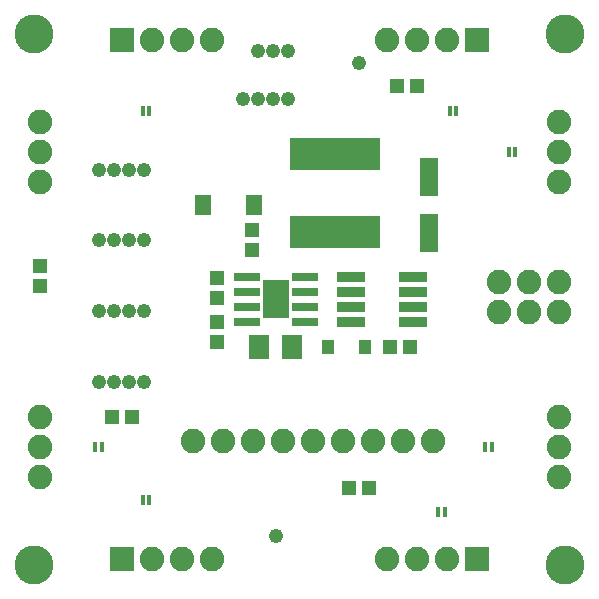
<source format=gts>
G75*
%MOIN*%
%OFA0B0*%
%FSLAX25Y25*%
%IPPOS*%
%LPD*%
%AMOC8*
5,1,8,0,0,1.08239X$1,22.5*
%
%ADD10C,0.13005*%
%ADD11R,0.08600X0.03000*%
%ADD12R,0.08700X0.12600*%
%ADD13R,0.07099X0.07887*%
%ADD14R,0.04737X0.05131*%
%ADD15R,0.06312X0.12611*%
%ADD16R,0.05800X0.06587*%
%ADD17R,0.30328X0.10643*%
%ADD18R,0.09500X0.03200*%
%ADD19R,0.04343X0.04540*%
%ADD20R,0.05131X0.04737*%
%ADD21C,0.08200*%
%ADD22C,0.04800*%
%ADD23R,0.01600X0.03200*%
%ADD24R,0.08200X0.08200*%
%ADD25C,0.03817*%
D10*
X0011443Y0011443D03*
X0011443Y0188608D03*
X0188608Y0188608D03*
X0188608Y0011443D03*
D11*
X0101851Y0092525D03*
X0101851Y0097525D03*
X0101851Y0102525D03*
X0101851Y0107525D03*
X0082451Y0107525D03*
X0082451Y0102525D03*
X0082451Y0097525D03*
X0082451Y0092525D03*
D12*
X0092151Y0100025D03*
D13*
X0086639Y0084277D03*
X0097663Y0084277D03*
D14*
X0072466Y0085832D03*
X0072466Y0092525D03*
X0072466Y0100616D03*
X0072466Y0107309D03*
X0084277Y0116364D03*
X0084277Y0123057D03*
X0013411Y0111246D03*
X0013411Y0104553D03*
D15*
X0143332Y0122072D03*
X0143332Y0140970D03*
D16*
X0084868Y0131521D03*
X0067939Y0131521D03*
D17*
X0111836Y0122466D03*
X0111836Y0148450D03*
D18*
X0117284Y0107525D03*
X0117284Y0102525D03*
X0117284Y0097525D03*
X0117284Y0092525D03*
X0137884Y0092525D03*
X0137884Y0097525D03*
X0137884Y0102525D03*
X0137884Y0107525D03*
D19*
X0121974Y0084277D03*
X0109572Y0084277D03*
D20*
X0130143Y0084277D03*
X0136836Y0084277D03*
X0123057Y0037033D03*
X0116364Y0037033D03*
X0044317Y0060970D03*
X0037624Y0060970D03*
X0132387Y0171285D03*
X0139080Y0171285D03*
D21*
X0139080Y0186639D03*
X0129080Y0186639D03*
X0149080Y0186639D03*
X0186639Y0159080D03*
X0186639Y0149080D03*
X0186639Y0139080D03*
X0186639Y0105931D03*
X0176639Y0105931D03*
X0166639Y0105931D03*
X0166639Y0095931D03*
X0176639Y0095931D03*
X0186639Y0095931D03*
X0186639Y0060970D03*
X0186639Y0050970D03*
X0186639Y0040970D03*
X0149080Y0013411D03*
X0139080Y0013411D03*
X0129080Y0013411D03*
X0124592Y0052781D03*
X0114592Y0052781D03*
X0104592Y0052781D03*
X0094592Y0052781D03*
X0084592Y0052781D03*
X0074592Y0052781D03*
X0064592Y0052781D03*
X0060970Y0013411D03*
X0050970Y0013411D03*
X0070970Y0013411D03*
X0013411Y0040970D03*
X0013411Y0050970D03*
X0013411Y0060970D03*
X0013411Y0139080D03*
X0013411Y0149080D03*
X0013411Y0159080D03*
X0050970Y0186639D03*
X0060970Y0186639D03*
X0070970Y0186639D03*
X0134592Y0052781D03*
X0144592Y0052781D03*
D22*
X0092151Y0021285D03*
X0048096Y0072466D03*
X0043096Y0072466D03*
X0038096Y0072466D03*
X0033096Y0072466D03*
X0033096Y0096088D03*
X0038096Y0096088D03*
X0043096Y0096088D03*
X0048096Y0096088D03*
X0048096Y0119710D03*
X0043096Y0119710D03*
X0038096Y0119710D03*
X0033096Y0119710D03*
X0033096Y0143332D03*
X0038096Y0143332D03*
X0043096Y0143332D03*
X0048096Y0143332D03*
X0081088Y0166954D03*
X0086088Y0166954D03*
X0091088Y0166954D03*
X0096088Y0166954D03*
X0096088Y0182702D03*
X0091088Y0182702D03*
X0086088Y0182702D03*
X0119710Y0178765D03*
D23*
X0150106Y0163017D03*
X0152306Y0163017D03*
X0169791Y0149080D03*
X0171991Y0149080D03*
X0164117Y0050970D03*
X0161917Y0050970D03*
X0148369Y0029159D03*
X0146169Y0029159D03*
X0049944Y0033096D03*
X0047744Y0033096D03*
X0034196Y0050970D03*
X0031996Y0050970D03*
X0047744Y0163017D03*
X0049944Y0163017D03*
D24*
X0040970Y0186639D03*
X0159080Y0186639D03*
X0159080Y0013411D03*
X0040970Y0013411D03*
D25*
X0090183Y0096088D03*
X0094120Y0096088D03*
X0094120Y0100025D03*
X0094120Y0103962D03*
X0090183Y0103962D03*
X0090183Y0100025D03*
M02*

</source>
